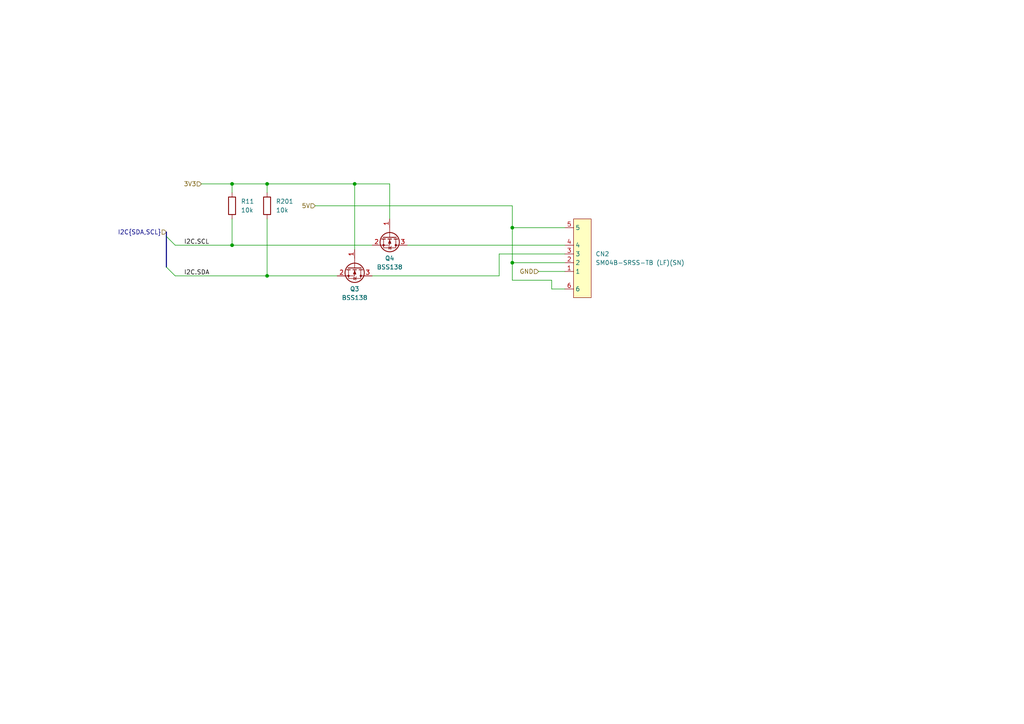
<source format=kicad_sch>
(kicad_sch (version 20250114) (generator "eeschema") (generator_version "9.0")
  (paper "A4")
  (lib_symbols
    (symbol "Device:R" (pin_numbers (hide yes)) (pin_names (offset 0))
      (property "Reference" "R" (at 2.032 0 90))
      (property "Value" "R" (at 0 0 90))
      (symbol "R_0_1"
        (rectangle (start -1.016 -2.54) (end 1.016 2.54) (stroke (width 0.254)))
      )
      (symbol "R_1_1"
        (pin passive line (at 0 3.81 270) (length 1.27) (name "~") (number "1"))
        (pin passive line (at 0 -3.81 90) (length 1.27) (name "~") (number "2"))
      )
    )
    (symbol "Transistor_FET:BSS138" (pin_names (hide yes))
      (property "Reference" "Q" (at 5.08 1.905 0))
      (property "Value" "BSS138" (at 5.08 0 0))
      (symbol "BSS138_0_1"
        (polyline (pts (xy 0.254 1.905) (xy 0.254 -1.905)) (stroke (width 0.254)))
        (polyline (pts (xy 0.254 0) (xy -2.54 0)))
        (polyline (pts (xy 0.762 2.286) (xy 0.762 1.27)) (stroke (width 0.254)))
        (polyline (pts (xy 0.762 0.508) (xy 0.762 -0.508)) (stroke (width 0.254)))
        (polyline (pts (xy 0.762 -1.27) (xy 0.762 -2.286)) (stroke (width 0.254)))
        (polyline (pts (xy 0.762 -1.778) (xy 3.302 -1.778) (xy 3.302 1.778) (xy 0.762 1.778)))
        (polyline (pts (xy 1.016 0) (xy 2.032 0.381) (xy 2.032 -0.381) (xy 1.016 0)) (fill (type outline)))
        (circle (center 1.651 0) (radius 2.794) (stroke (width 0.254)))
        (polyline (pts (xy 2.54 2.54) (xy 2.54 1.778)))
        (circle (center 2.54 1.778) (radius 0.254) (fill (type outline)))
        (circle (center 2.54 -1.778) (radius 0.254) (fill (type outline)))
        (polyline (pts (xy 2.54 -2.54) (xy 2.54 0) (xy 0.762 0)))
        (polyline (pts (xy 2.794 0.508) (xy 2.921 0.381) (xy 3.683 0.381) (xy 3.81 0.254)))
        (polyline (pts (xy 3.302 0.381) (xy 2.921 -0.254) (xy 3.683 -0.254) (xy 3.302 0.381)))
      )
      (symbol "BSS138_1_1"
        (pin input line (at -5.08 0 0) (length 2.54) (name "G") (number "1"))
        (pin passive line (at 2.54 5.08 270) (length 2.54) (name "D") (number "3"))
        (pin passive line (at 2.54 -5.08 90) (length 2.54) (name "S") (number "2"))
      )
    )
    (symbol "easyeda2kicad:SM04B-SRSS-TB(LF)(SN)"
      (property "Reference" "CN" (at 0 8.89 0))
      (property "Value" "SM04B-SRSS-TB (LF)(SN)" (at 0 -1.27 0))
      (symbol "SM04B-SRSS-TB(LF)(SN)_0_1"
        (rectangle (start -11.43 1.27) (end 11.43 -3.81) (fill (type background)))
        (pin unspecified line (at -8.89 3.81 270) (length 2.54) (name "6") (number "6"))
        (pin unspecified line (at -3.81 3.81 270) (length 2.54) (name "1") (number "1"))
        (pin unspecified line (at -1.27 3.81 270) (length 2.54) (name "2") (number "2"))
        (pin unspecified line (at 1.27 3.81 270) (length 2.54) (name "3") (number "3"))
        (pin unspecified line (at 3.81 3.81 270) (length 2.54) (name "4") (number "4"))
        (pin unspecified line (at 8.89 3.81 270) (length 2.54) (name "5") (number "5"))
      )
    )
  )
  (junction (at 77.47 80.01))
  (junction (at 77.47 53.34))
  (junction (at 102.87 53.34))
  (junction (at 67.31 71.12))
  (junction (at 148.59 76.2))
  (junction (at 148.59 66.04))
  (junction (at 67.31 53.34))
  (bus_entry (at 48.26 77.47) (size 2.54 2.54))
  (bus_entry (at 48.26 68.58) (size 2.54 2.54))
  (wire (pts (xy 148.59 81.28) (xy 148.59 76.2)))
  (wire (pts (xy 77.47 63.5) (xy 77.47 80.01)))
  (wire (pts (xy 160.02 83.82) (xy 160.02 81.28)))
  (wire (pts (xy 77.47 55.88) (xy 77.47 53.34)))
  (wire (pts (xy 118.11 71.12) (xy 163.83 71.12)))
  (wire (pts (xy 77.47 80.01) (xy 97.79 80.01)))
  (wire (pts (xy 67.31 53.34) (xy 58.42 53.34)))
  (wire (pts (xy 102.87 53.34) (xy 77.47 53.34)))
  (bus (pts (xy 48.26 67.31) (xy 48.26 68.58)))
  (wire (pts (xy 77.47 53.34) (xy 67.31 53.34)))
  (wire (pts (xy 144.78 80.01) (xy 144.78 73.66)))
  (wire (pts (xy 50.8 71.12) (xy 67.31 71.12)))
  (wire (pts (xy 91.44 59.69) (xy 148.59 59.69)))
  (wire (pts (xy 148.59 66.04) (xy 148.59 76.2)))
  (bus (pts (xy 48.26 68.58) (xy 48.26 77.47)))
  (wire (pts (xy 144.78 73.66) (xy 163.83 73.66)))
  (wire (pts (xy 113.03 63.5) (xy 113.03 53.34)))
  (wire (pts (xy 113.03 53.34) (xy 102.87 53.34)))
  (wire (pts (xy 102.87 72.39) (xy 102.87 53.34)))
  (wire (pts (xy 148.59 66.04) (xy 163.83 66.04)))
  (wire (pts (xy 50.8 80.01) (xy 77.47 80.01)))
  (wire (pts (xy 67.31 71.12) (xy 107.95 71.12)))
  (wire (pts (xy 160.02 81.28) (xy 148.59 81.28)))
  (wire (pts (xy 148.59 76.2) (xy 163.83 76.2)))
  (wire (pts (xy 163.83 83.82) (xy 160.02 83.82)))
  (wire (pts (xy 163.83 78.74) (xy 156.21 78.74)))
  (wire (pts (xy 107.95 80.01) (xy 144.78 80.01)))
  (wire (pts (xy 148.59 59.69) (xy 148.59 66.04)))
  (wire (pts (xy 67.31 63.5) (xy 67.31 71.12)))
  (wire (pts (xy 67.31 55.88) (xy 67.31 53.34)))
  (label "I2C.SDA" (at 53.34 80.01 0))
  (label "I2C.SCL" (at 53.34 71.12 0))
  (hierarchical_label "5V" (shape input) (at 91.44 59.69 180))
  (hierarchical_label "I2C{SDA,SCL}" (shape input) (at 48.26 67.31 180))
  (hierarchical_label "GND" (shape input) (at 156.21 78.74 180))
  (hierarchical_label "3V3" (shape input) (at 58.42 53.34 180))
  (symbol (lib_id "Device:R") (at 67.31 59.69 0) (unit 1)
    (property "Reference" "R11" (at 69.85 58.4199 0) (effects (justify left)))
    (property "Value" "10k" (at 69.85 60.9599 0) (effects (justify left)))
    (property "Footprint" "Resistor_SMD:R_0603_1608Metric" (effects (hide yes)))
    (property "Description" "Resistor" (effects (hide yes)))
  )
  (symbol (lib_id "Transistor_FET:BSS138") (at 113.03 68.58 270) (unit 1)
    (property "Reference" "Q4" (at 113.03 74.93 90))
    (property "Value" "BSS138" (at 113.03 77.47 90))
    (property "Footprint" "Package_TO_SOT_SMD:SOT-23" (effects (hide yes)))
    (property "Datasheet" "https://www.onsemi.com/pub/Collateral/BSS138-D.PDF" (effects (hide yes)))
    (property "Description" "50V Vds, 0.22A Id, N-Channel MOSFET, SOT-23" (effects (hide yes)))
  )
  (symbol (lib_id "Device:R") (at 77.47 59.69 0) (unit 1)
    (property "Reference" "R201" (at 80.01 58.4199 0) (effects (justify left)))
    (property "Value" "10k" (at 80.01 60.9599 0) (effects (justify left)))
    (property "Footprint" "Resistor_SMD:R_0603_1608Metric" (effects (hide yes)))
    (property "Description" "Resistor" (effects (hide yes)))
  )
  (symbol (lib_id "easyeda2kicad:SM04B-SRSS-TB(LF)(SN)") (at 167.64 74.93 90) (unit 1)
    (property "Reference" "CN2" (at 172.72 73.6599 90) (effects (justify right)))
    (property "Value" "SM04B-SRSS-TB (LF)(SN)" (at 172.72 76.1999 90) (effects (justify right)))
    (property "Footprint" "easyeda2kicad:CONN-SMD_4P-P1.00_SM04B-SRSS-TB-LF-SN" (effects (hide yes)))
    (property "Datasheet" "https://lcsc.com/product-detail/Others_JST-Sales-America__JST-Sales-America-SM04B-SRSS-TB-LF-SN_C160404.html" (effects (hide yes)))
    (property "LCSC Part" "C160404" (effects (hide yes)))
  )
  (symbol (lib_id "Transistor_FET:BSS138") (at 102.87 77.47 270) (unit 1)
    (property "Reference" "Q3" (at 102.87 83.82 90))
    (property "Value" "BSS138" (at 102.87 86.36 90))
    (property "Footprint" "Package_TO_SOT_SMD:SOT-23" (effects (hide yes)))
    (property "Datasheet" "https://www.onsemi.com/pub/Collateral/BSS138-D.PDF" (effects (hide yes)))
    (property "Description" "50V Vds, 0.22A Id, N-Channel MOSFET, SOT-23" (effects (hide yes)))
  )
)
</source>
